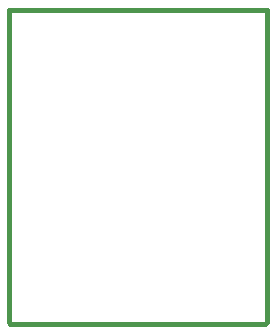
<source format=gbr>
G04 (created by PCBNEW-RS274X (2012-01-19 BZR 3256)-stable) date 2013-11-19 08:27:40*
G01*
G70*
G90*
%MOIN*%
G04 Gerber Fmt 3.4, Leading zero omitted, Abs format*
%FSLAX34Y34*%
G04 APERTURE LIST*
%ADD10C,0.006000*%
%ADD11C,0.015000*%
G04 APERTURE END LIST*
G54D10*
G54D11*
X33600Y-18400D02*
X33600Y-08000D01*
X25000Y-08000D02*
X25000Y-18400D01*
X25050Y-08000D02*
X33550Y-08000D01*
X25050Y-18450D02*
X33550Y-18450D01*
M02*

</source>
